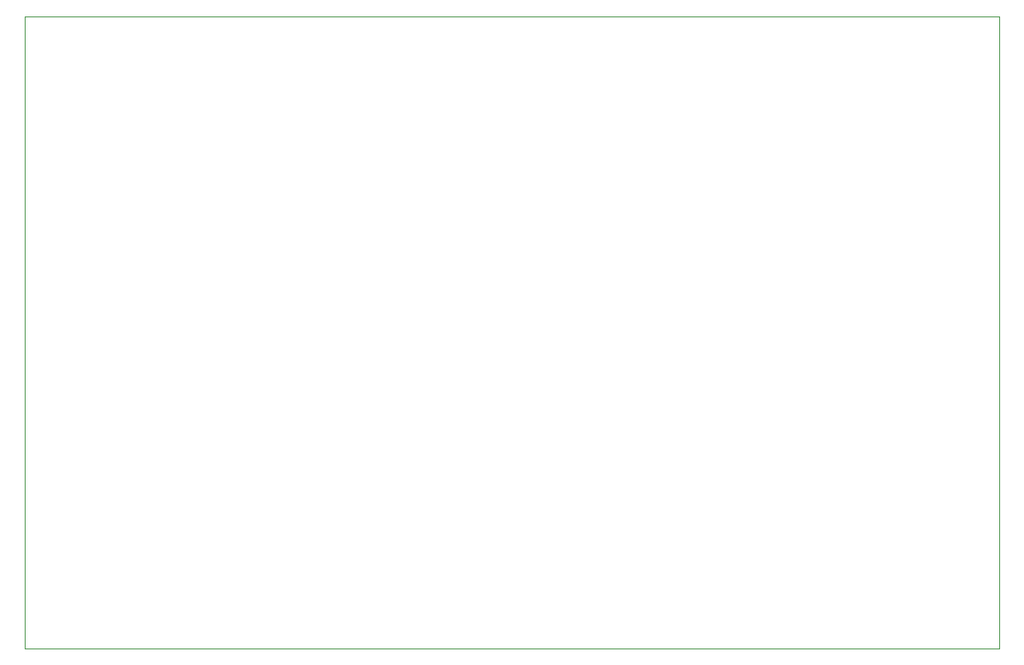
<source format=gbr>
%TF.GenerationSoftware,KiCad,Pcbnew,(5.1.10)-1*%
%TF.CreationDate,2021-11-12T20:21:06+04:00*%
%TF.ProjectId,RTD2662Board,52544432-3636-4324-926f-6172642e6b69,2*%
%TF.SameCoordinates,Original*%
%TF.FileFunction,Profile,NP*%
%FSLAX46Y46*%
G04 Gerber Fmt 4.6, Leading zero omitted, Abs format (unit mm)*
G04 Created by KiCad (PCBNEW (5.1.10)-1) date 2021-11-12 20:21:06*
%MOMM*%
%LPD*%
G01*
G04 APERTURE LIST*
%TA.AperFunction,Profile*%
%ADD10C,0.050000*%
%TD*%
G04 APERTURE END LIST*
D10*
X147500000Y-80000000D02*
X147500000Y-145000000D01*
X47500000Y-80000000D02*
X147500000Y-80000000D01*
X47500000Y-145000000D02*
X47500000Y-80000000D01*
X147500000Y-145000000D02*
X47500000Y-145000000D01*
M02*

</source>
